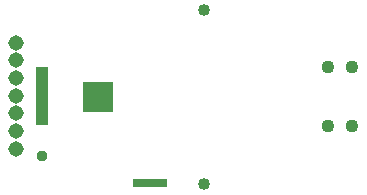
<source format=gbr>
G04 EAGLE Gerber RS-274X export*
G75*
%MOMM*%
%FSLAX34Y34*%
%LPD*%
%INSoldermask Bottom*%
%IPPOS*%
%AMOC8*
5,1,8,0,0,1.08239X$1,22.5*%
G01*
%ADD10C,1.016000*%
%ADD11C,1.108000*%
%ADD12C,0.958000*%
%ADD13R,1.000000X5.000000*%
%ADD14R,2.540000X2.540000*%
%ADD15R,3.000000X0.800000*%
%ADD16C,1.308000*%


D10*
X162500Y155500D03*
X162500Y8000D03*
D11*
X268000Y57000D03*
X288000Y57000D03*
D12*
X25500Y32000D03*
D13*
X25500Y83000D03*
D14*
X73300Y82000D03*
D15*
X117400Y9500D03*
D11*
X288000Y107000D03*
X268000Y107000D03*
D16*
X4000Y38000D03*
X4000Y53000D03*
X4000Y68000D03*
X4000Y83000D03*
X4000Y98000D03*
X4000Y113000D03*
X4000Y128000D03*
M02*

</source>
